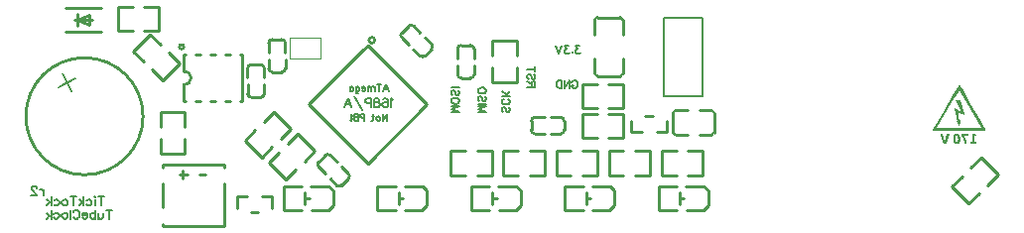
<source format=gbo>
G04 Layer: BottomSilkLayer*
G04 EasyEDA v6.4.24, 2021-09-25T18:25:05+02:00*
G04 d15503250396465d85bfe37af418053a,f5a38c858c354eb5b90fd3f81420cce3,10*
G04 Gerber Generator version 0.2*
G04 Scale: 100 percent, Rotated: No, Reflected: No *
G04 Dimensions in millimeters *
G04 leading zeros omitted , absolute positions ,4 integer and 5 decimal *
%FSLAX45Y45*%
%MOMM*%

%ADD10C,0.2540*%
%ADD48C,0.1600*%
%ADD49C,0.2007*%
%ADD50C,0.1016*%
%ADD51C,0.2030*%

%LPD*%
G36*
X8463483Y-735076D02*
G01*
X8460282Y-736142D01*
X8457387Y-738378D01*
X8454288Y-743102D01*
X8437321Y-771448D01*
X8409381Y-819200D01*
X8327644Y-960831D01*
X8263280Y-1073810D01*
X8247116Y-1102766D01*
X8273542Y-1102766D01*
X8401202Y-882802D01*
X8454898Y-791159D01*
X8464854Y-774750D01*
X8474811Y-790854D01*
X8528659Y-882294D01*
X8656675Y-1102766D01*
X8545322Y-1103223D01*
X8379663Y-1103223D01*
X8247116Y-1102766D01*
X8240064Y-1116330D01*
X8240928Y-1120241D01*
X8243417Y-1123797D01*
X8247024Y-1126490D01*
X8252002Y-1128115D01*
X8270341Y-1128420D01*
X8324392Y-1128623D01*
X8682278Y-1128115D01*
X8686393Y-1124254D01*
X8687968Y-1122476D01*
X8689289Y-1120394D01*
X8690152Y-1118362D01*
X8690457Y-1116533D01*
X8688324Y-1111961D01*
X8672677Y-1083462D01*
X8645448Y-1035303D01*
X8563152Y-892352D01*
X8526881Y-829970D01*
X8496655Y-778560D01*
X8476640Y-745286D01*
X8471814Y-737717D01*
X8470900Y-736600D01*
X8467039Y-735228D01*
G37*
G36*
X8454542Y-861415D02*
G01*
X8441994Y-861771D01*
X8438184Y-862126D01*
X8436762Y-862584D01*
X8443010Y-877366D01*
X8475218Y-950874D01*
X8478570Y-959307D01*
X8470087Y-955192D01*
X8439353Y-938530D01*
X8424011Y-930757D01*
X8421522Y-929843D01*
X8422436Y-934821D01*
X8430514Y-966419D01*
X8452561Y-1048867D01*
X8452002Y-1048969D01*
X8450427Y-1048461D01*
X8445246Y-1045768D01*
X8437880Y-1041450D01*
X8469172Y-1086916D01*
X8475065Y-1050645D01*
X8477097Y-1036523D01*
X8477250Y-1034287D01*
X8475624Y-1035862D01*
X8472373Y-1040282D01*
X8468918Y-1044448D01*
X8467598Y-1045413D01*
X8466836Y-1045464D01*
X8465667Y-1039520D01*
X8460892Y-1007110D01*
X8456422Y-973175D01*
X8455710Y-965352D01*
X8456777Y-964437D01*
X8460790Y-965606D01*
X8468817Y-969365D01*
X8492286Y-981405D01*
X8506663Y-988364D01*
X8509000Y-989228D01*
X8506764Y-980186D01*
X8491016Y-925017D01*
X8472373Y-861466D01*
G37*
G36*
X8315045Y-1147876D02*
G01*
X8307984Y-1148130D01*
X8305850Y-1148435D01*
X8305088Y-1148740D01*
X8317026Y-1189532D01*
X8329828Y-1232154D01*
X8330742Y-1233576D01*
X8332774Y-1234389D01*
X8336584Y-1234795D01*
X8355025Y-1234897D01*
X8380730Y-1149756D01*
X8380577Y-1148791D01*
X8379053Y-1148232D01*
X8375853Y-1148080D01*
X8359800Y-1148689D01*
X8342884Y-1214323D01*
X8341918Y-1212545D01*
X8339785Y-1205890D01*
X8333536Y-1182268D01*
X8324951Y-1147876D01*
G37*
G36*
X8440775Y-1148232D02*
G01*
X8433104Y-1149807D01*
X8426704Y-1153058D01*
X8423300Y-1156004D01*
X8420455Y-1159205D01*
X8418220Y-1162761D01*
X8416442Y-1166876D01*
X8415172Y-1171651D01*
X8414359Y-1177239D01*
X8413851Y-1183792D01*
X8413699Y-1191412D01*
X8413871Y-1197762D01*
X8432190Y-1197762D01*
X8432241Y-1189583D01*
X8432596Y-1179576D01*
X8433206Y-1173276D01*
X8434171Y-1169466D01*
X8435746Y-1167028D01*
X8439404Y-1164386D01*
X8443468Y-1163726D01*
X8447379Y-1164894D01*
X8450529Y-1167993D01*
X8451951Y-1171498D01*
X8453018Y-1176832D01*
X8453729Y-1183436D01*
X8454085Y-1190701D01*
X8454034Y-1197965D01*
X8453577Y-1204722D01*
X8452713Y-1210411D01*
X8451443Y-1214323D01*
X8449767Y-1217218D01*
X8448141Y-1218895D01*
X8446008Y-1219708D01*
X8443061Y-1219860D01*
X8439962Y-1219555D01*
X8437422Y-1218488D01*
X8435492Y-1216609D01*
X8434019Y-1213662D01*
X8433003Y-1209649D01*
X8432444Y-1204366D01*
X8432190Y-1197762D01*
X8413871Y-1197762D01*
X8414461Y-1205636D01*
X8415375Y-1211630D01*
X8416696Y-1216914D01*
X8418423Y-1221486D01*
X8420608Y-1225346D01*
X8423198Y-1228598D01*
X8426246Y-1231239D01*
X8429752Y-1233220D01*
X8433714Y-1234592D01*
X8438184Y-1235456D01*
X8443163Y-1235710D01*
X8449919Y-1235151D01*
X8455710Y-1233424D01*
X8460689Y-1230528D01*
X8464753Y-1226413D01*
X8467953Y-1221028D01*
X8470392Y-1214374D01*
X8472017Y-1206398D01*
X8472881Y-1197102D01*
X8472982Y-1188313D01*
X8472474Y-1180338D01*
X8471255Y-1173276D01*
X8469426Y-1166977D01*
X8466937Y-1161592D01*
X8463788Y-1157020D01*
X8459978Y-1153363D01*
X8455558Y-1150518D01*
X8448649Y-1148384D01*
G37*
G36*
X8484311Y-1149451D02*
G01*
X8484311Y-1154988D01*
X8484666Y-1158036D01*
X8485784Y-1161440D01*
X8487664Y-1165250D01*
X8494420Y-1175816D01*
X8497722Y-1181608D01*
X8500465Y-1187297D01*
X8502650Y-1193088D01*
X8504377Y-1199134D01*
X8505698Y-1205687D01*
X8506714Y-1213002D01*
X8508542Y-1234897D01*
X8529066Y-1234897D01*
X8527948Y-1224483D01*
X8526932Y-1217218D01*
X8525459Y-1209903D01*
X8523579Y-1202639D01*
X8521344Y-1195527D01*
X8518753Y-1188720D01*
X8515858Y-1182319D01*
X8512708Y-1176477D01*
X8509406Y-1171244D01*
X8506358Y-1166977D01*
X8543747Y-1166063D01*
X8544712Y-1149451D01*
G37*
G36*
X8573109Y-1149451D02*
G01*
X8573109Y-1219098D01*
X8557260Y-1219098D01*
X8557260Y-1234897D01*
X8612733Y-1234897D01*
X8612733Y-1219098D01*
X8593734Y-1219098D01*
X8593734Y-1170178D01*
X8605570Y-1169365D01*
X8607856Y-1168552D01*
X8608872Y-1166774D01*
X8609736Y-1157782D01*
X8594191Y-1152245D01*
X8584438Y-1150010D01*
X8580628Y-1149654D01*
G37*
D48*
X5226047Y-399257D02*
G01*
X5191046Y-399257D01*
X5210136Y-424710D01*
X5200591Y-424713D01*
X5194228Y-427893D01*
X5191046Y-431076D01*
X5187863Y-440623D01*
X5187863Y-446984D01*
X5191046Y-456531D01*
X5197411Y-462894D01*
X5206956Y-466077D01*
X5216499Y-466077D01*
X5226047Y-462894D01*
X5229230Y-459712D01*
X5232410Y-453349D01*
X5163682Y-450166D02*
G01*
X5166865Y-453349D01*
X5163682Y-456531D01*
X5160500Y-453349D01*
X5163682Y-450166D01*
X5133136Y-399257D02*
G01*
X5098138Y-399260D01*
X5117228Y-424713D01*
X5107680Y-424713D01*
X5101318Y-427893D01*
X5098138Y-431076D01*
X5094955Y-440623D01*
X5094955Y-446986D01*
X5098138Y-456531D01*
X5104500Y-462894D01*
X5114046Y-466077D01*
X5123591Y-466077D01*
X5133136Y-462894D01*
X5136319Y-459712D01*
X5139499Y-453349D01*
X5073954Y-399260D02*
G01*
X5048501Y-466077D01*
X5023045Y-399257D02*
G01*
X5048501Y-466077D01*
X5159283Y-707268D02*
G01*
X5162463Y-700902D01*
X5168828Y-694540D01*
X5175194Y-691357D01*
X5187919Y-691357D01*
X5194282Y-694540D01*
X5200644Y-700902D01*
X5203830Y-707268D01*
X5207010Y-716813D01*
X5207010Y-732723D01*
X5203827Y-742266D01*
X5200647Y-748629D01*
X5194282Y-754994D01*
X5187916Y-758177D01*
X5175191Y-758177D01*
X5168828Y-754994D01*
X5162463Y-748631D01*
X5159281Y-742266D01*
X5159281Y-732723D01*
X5175191Y-732723D02*
G01*
X5159281Y-732723D01*
X5138282Y-691360D02*
G01*
X5138282Y-758177D01*
X5138282Y-691360D02*
G01*
X5093736Y-758177D01*
X5093738Y-691357D02*
G01*
X5093736Y-758177D01*
X5072738Y-691360D02*
G01*
X5072738Y-758177D01*
X5072738Y-691360D02*
G01*
X5050464Y-691357D01*
X5040919Y-694540D01*
X5034556Y-700902D01*
X5031371Y-707268D01*
X5028191Y-716813D01*
X5028191Y-732723D01*
X5031374Y-742266D01*
X5034554Y-748629D01*
X5040919Y-754994D01*
X5050464Y-758177D01*
X5072738Y-758177D01*
X4620392Y-920653D02*
G01*
X4626754Y-927018D01*
X4629934Y-936564D01*
X4629934Y-949289D01*
X4626754Y-958837D01*
X4620392Y-965200D01*
X4614026Y-965200D01*
X4607664Y-962017D01*
X4604484Y-958837D01*
X4601298Y-952472D01*
X4594936Y-933381D01*
X4591753Y-927018D01*
X4588570Y-923836D01*
X4582210Y-920653D01*
X4572662Y-920653D01*
X4566300Y-927018D01*
X4563117Y-936564D01*
X4563117Y-949289D01*
X4566300Y-958837D01*
X4572662Y-965200D01*
X4614026Y-851928D02*
G01*
X4620392Y-855108D01*
X4626754Y-861471D01*
X4629934Y-867836D01*
X4629937Y-880564D01*
X4626754Y-886927D01*
X4620392Y-893290D01*
X4614026Y-896475D01*
X4604481Y-899655D01*
X4588570Y-899655D01*
X4579028Y-896472D01*
X4572665Y-893292D01*
X4566300Y-886927D01*
X4563117Y-880562D01*
X4563117Y-867836D01*
X4566300Y-861471D01*
X4572662Y-855108D01*
X4579028Y-851926D01*
X4629934Y-830927D02*
G01*
X4563117Y-830927D01*
X4629934Y-786381D02*
G01*
X4585388Y-830927D01*
X4601298Y-815017D02*
G01*
X4563117Y-786381D01*
X4426734Y-965200D02*
G01*
X4359917Y-965200D01*
X4426734Y-965200D02*
G01*
X4359917Y-939746D01*
X4426737Y-914290D02*
G01*
X4359917Y-939746D01*
X4426737Y-914290D02*
G01*
X4359917Y-914290D01*
X4426737Y-893292D02*
G01*
X4359917Y-893290D01*
X4417192Y-827745D02*
G01*
X4423554Y-834108D01*
X4426734Y-843653D01*
X4426737Y-856383D01*
X4423554Y-865926D01*
X4417192Y-872289D01*
X4410826Y-872291D01*
X4404461Y-869109D01*
X4401281Y-865929D01*
X4398098Y-859563D01*
X4391736Y-840473D01*
X4388553Y-834110D01*
X4385370Y-830927D01*
X4379008Y-827745D01*
X4369465Y-827745D01*
X4363100Y-834110D01*
X4359917Y-843653D01*
X4359917Y-856381D01*
X4363100Y-865926D01*
X4369462Y-872289D01*
X4426737Y-787654D02*
G01*
X4423557Y-794019D01*
X4417192Y-800384D01*
X4410826Y-803564D01*
X4401281Y-806744D01*
X4385370Y-806744D01*
X4375828Y-803562D01*
X4369465Y-800381D01*
X4363100Y-794019D01*
X4359917Y-787654D01*
X4359917Y-774926D01*
X4363100Y-768563D01*
X4369462Y-762200D01*
X4375825Y-759018D01*
X4385373Y-755835D01*
X4401284Y-755835D01*
X4410826Y-759018D01*
X4417192Y-762200D01*
X4423554Y-768563D01*
X4426737Y-774928D01*
X4426737Y-787654D01*
X4198134Y-965200D02*
G01*
X4131317Y-965200D01*
X4198134Y-965200D02*
G01*
X4131317Y-939746D01*
X4198137Y-914290D02*
G01*
X4131317Y-939746D01*
X4198137Y-914290D02*
G01*
X4131317Y-914290D01*
X4198137Y-874199D02*
G01*
X4194954Y-880564D01*
X4188592Y-886927D01*
X4182226Y-890109D01*
X4172681Y-893290D01*
X4156773Y-893292D01*
X4147225Y-890109D01*
X4140865Y-886927D01*
X4134500Y-880562D01*
X4131317Y-874201D01*
X4131317Y-861471D01*
X4134500Y-855108D01*
X4140865Y-848746D01*
X4147225Y-845563D01*
X4156770Y-842383D01*
X4172681Y-842383D01*
X4182226Y-845563D01*
X4188592Y-848743D01*
X4194957Y-855108D01*
X4198137Y-861471D01*
X4198137Y-874199D01*
X4188592Y-776836D02*
G01*
X4194954Y-783201D01*
X4198137Y-792744D01*
X4198137Y-805472D01*
X4194954Y-815019D01*
X4188592Y-821382D01*
X4182226Y-821380D01*
X4175864Y-818200D01*
X4172681Y-815017D01*
X4169501Y-808654D01*
X4163136Y-789564D01*
X4159953Y-783198D01*
X4156773Y-780018D01*
X4150408Y-776836D01*
X4140865Y-776836D01*
X4134500Y-783201D01*
X4131317Y-792746D01*
X4131317Y-805474D01*
X4134500Y-815017D01*
X4140865Y-821380D01*
X4198137Y-755835D02*
G01*
X4131317Y-755837D01*
X4845834Y-749300D02*
G01*
X4779017Y-749300D01*
X4845834Y-749300D02*
G01*
X4845834Y-720664D01*
X4842654Y-711118D01*
X4839474Y-707936D01*
X4833109Y-704753D01*
X4826746Y-704753D01*
X4820381Y-707936D01*
X4817201Y-711118D01*
X4814018Y-720664D01*
X4814018Y-749300D01*
X4814018Y-727026D02*
G01*
X4779017Y-704753D01*
X4836292Y-639208D02*
G01*
X4842654Y-645571D01*
X4845834Y-655119D01*
X4845834Y-667844D01*
X4842654Y-677392D01*
X4836292Y-683755D01*
X4829926Y-683752D01*
X4823564Y-680572D01*
X4820381Y-677390D01*
X4817201Y-671027D01*
X4810836Y-651936D01*
X4807653Y-645571D01*
X4804470Y-642391D01*
X4798110Y-639208D01*
X4788562Y-639208D01*
X4782200Y-645571D01*
X4779017Y-655119D01*
X4779017Y-667844D01*
X4782200Y-677392D01*
X4788562Y-683755D01*
X4845837Y-595937D02*
G01*
X4779017Y-595934D01*
X4845837Y-618208D02*
G01*
X4845834Y-573664D01*
X3632200Y-860917D02*
G01*
X3624927Y-857283D01*
X3614018Y-846373D01*
X3614018Y-922736D01*
X3546381Y-857283D02*
G01*
X3550018Y-850008D01*
X3560927Y-846373D01*
X3568199Y-846373D01*
X3579108Y-850008D01*
X3586380Y-860917D01*
X3590018Y-879099D01*
X3590018Y-897282D01*
X3586380Y-911826D01*
X3579108Y-919098D01*
X3568199Y-922736D01*
X3564564Y-922736D01*
X3553655Y-919098D01*
X3546381Y-911826D01*
X3542746Y-900917D01*
X3542746Y-897282D01*
X3546381Y-886373D01*
X3553655Y-879099D01*
X3564564Y-875464D01*
X3568199Y-875464D01*
X3579108Y-879099D01*
X3586380Y-886373D01*
X3590018Y-897282D01*
X3500564Y-846373D02*
G01*
X3511473Y-850008D01*
X3515108Y-857283D01*
X3515108Y-864555D01*
X3511473Y-871827D01*
X3504199Y-875464D01*
X3489655Y-879099D01*
X3478745Y-882736D01*
X3471473Y-890008D01*
X3467836Y-897282D01*
X3467836Y-908189D01*
X3471473Y-915464D01*
X3475108Y-919098D01*
X3486017Y-922736D01*
X3500564Y-922736D01*
X3511473Y-919098D01*
X3515108Y-915464D01*
X3518745Y-908189D01*
X3518745Y-897282D01*
X3515108Y-890008D01*
X3507836Y-882736D01*
X3496927Y-879099D01*
X3482383Y-875464D01*
X3475108Y-871827D01*
X3471473Y-864555D01*
X3471473Y-857283D01*
X3475108Y-850008D01*
X3486017Y-846373D01*
X3500564Y-846373D01*
X3443836Y-846373D02*
G01*
X3443836Y-922736D01*
X3443836Y-846373D02*
G01*
X3411110Y-846373D01*
X3400201Y-850008D01*
X3396564Y-853645D01*
X3392926Y-860917D01*
X3392926Y-871827D01*
X3396564Y-879099D01*
X3400201Y-882736D01*
X3411110Y-886373D01*
X3443836Y-886373D01*
X3303473Y-831827D02*
G01*
X3368929Y-948189D01*
X3250382Y-846373D02*
G01*
X3279472Y-922736D01*
X3250382Y-846373D02*
G01*
X3221291Y-922736D01*
X3268563Y-897282D02*
G01*
X3232200Y-897282D01*
X3581400Y-980854D02*
G01*
X3581400Y-1038128D01*
X3581400Y-980854D02*
G01*
X3543218Y-1038128D01*
X3543218Y-980854D02*
G01*
X3543218Y-1038128D01*
X3511583Y-999944D02*
G01*
X3517036Y-1002672D01*
X3522489Y-1008128D01*
X3525217Y-1016309D01*
X3525217Y-1021763D01*
X3522489Y-1029944D01*
X3517036Y-1035400D01*
X3511583Y-1038128D01*
X3503399Y-1038128D01*
X3497945Y-1035400D01*
X3492489Y-1029944D01*
X3489764Y-1021763D01*
X3489764Y-1016309D01*
X3492489Y-1008128D01*
X3497945Y-1002672D01*
X3503399Y-999944D01*
X3511583Y-999944D01*
X3463582Y-980854D02*
G01*
X3463582Y-1027219D01*
X3460854Y-1035400D01*
X3455400Y-1038128D01*
X3449944Y-1038128D01*
X3471763Y-999944D02*
G01*
X3452672Y-999944D01*
X3389944Y-980854D02*
G01*
X3389944Y-1038128D01*
X3389944Y-980854D02*
G01*
X3365400Y-980854D01*
X3357217Y-983581D01*
X3354491Y-986309D01*
X3351763Y-991763D01*
X3351763Y-999944D01*
X3354491Y-1005400D01*
X3357217Y-1008128D01*
X3365400Y-1010853D01*
X3389944Y-1010853D01*
X3333762Y-980854D02*
G01*
X3333762Y-1038128D01*
X3333762Y-980854D02*
G01*
X3309218Y-980854D01*
X3301037Y-983581D01*
X3298309Y-986309D01*
X3295581Y-991763D01*
X3295581Y-997219D01*
X3298309Y-1002672D01*
X3301037Y-1005400D01*
X3309218Y-1008128D01*
X3333762Y-1008128D02*
G01*
X3309218Y-1008128D01*
X3301037Y-1010853D01*
X3298309Y-1013581D01*
X3295581Y-1019035D01*
X3295581Y-1027219D01*
X3298309Y-1032672D01*
X3301037Y-1035400D01*
X3309218Y-1038128D01*
X3333762Y-1038128D01*
X3274855Y-980854D02*
G01*
X3274855Y-1019035D01*
X3274855Y-1032672D02*
G01*
X3277582Y-1035400D01*
X3274855Y-1038128D01*
X3272127Y-1035400D01*
X3274855Y-1032672D01*
X3572281Y-726854D02*
G01*
X3594100Y-784128D01*
X3572281Y-726854D02*
G01*
X3550462Y-784128D01*
X3585918Y-765035D02*
G01*
X3558646Y-765035D01*
X3513373Y-726854D02*
G01*
X3513373Y-784128D01*
X3532464Y-726854D02*
G01*
X3494283Y-726854D01*
X3476282Y-745944D02*
G01*
X3476282Y-784128D01*
X3476282Y-756853D02*
G01*
X3468100Y-748672D01*
X3462644Y-745944D01*
X3454463Y-745944D01*
X3449010Y-748672D01*
X3446282Y-756853D01*
X3446282Y-784128D01*
X3446282Y-756853D02*
G01*
X3438100Y-748672D01*
X3432644Y-745944D01*
X3424463Y-745944D01*
X3419010Y-748672D01*
X3416282Y-756853D01*
X3416282Y-784128D01*
X3398281Y-762309D02*
G01*
X3365553Y-762309D01*
X3365553Y-756853D01*
X3368281Y-751400D01*
X3371009Y-748672D01*
X3376462Y-745944D01*
X3384646Y-745944D01*
X3390099Y-748672D01*
X3395553Y-754128D01*
X3398281Y-762309D01*
X3398281Y-767763D01*
X3395553Y-775944D01*
X3390099Y-781400D01*
X3384646Y-784128D01*
X3376462Y-784128D01*
X3371009Y-781400D01*
X3365553Y-775944D01*
X3314827Y-745944D02*
G01*
X3314827Y-789581D01*
X3317554Y-797763D01*
X3320282Y-800491D01*
X3325736Y-803219D01*
X3333917Y-803219D01*
X3339373Y-800491D01*
X3314827Y-754128D02*
G01*
X3320282Y-748672D01*
X3325736Y-745944D01*
X3333917Y-745944D01*
X3339373Y-748672D01*
X3344826Y-754128D01*
X3347554Y-762309D01*
X3347554Y-767763D01*
X3344826Y-775944D01*
X3339373Y-781400D01*
X3333917Y-784128D01*
X3325736Y-784128D01*
X3320282Y-781400D01*
X3314827Y-775944D01*
X3264100Y-745944D02*
G01*
X3264100Y-784128D01*
X3264100Y-754128D02*
G01*
X3269554Y-748672D01*
X3275009Y-745944D01*
X3283191Y-745944D01*
X3288644Y-748672D01*
X3294100Y-754128D01*
X3296826Y-762309D01*
X3296826Y-767763D01*
X3294100Y-775944D01*
X3288644Y-781400D01*
X3283191Y-784128D01*
X3275009Y-784128D01*
X3269554Y-781400D01*
X3264100Y-775944D01*
X1142946Y-1684573D02*
G01*
X1142946Y-1760936D01*
X1168400Y-1684573D02*
G01*
X1117490Y-1684573D01*
X1093490Y-1684573D02*
G01*
X1089855Y-1688208D01*
X1086218Y-1684573D01*
X1089855Y-1680936D01*
X1093490Y-1684573D01*
X1089855Y-1710027D02*
G01*
X1089855Y-1760936D01*
X1018580Y-1720936D02*
G01*
X1025855Y-1713664D01*
X1033127Y-1710027D01*
X1044036Y-1710027D01*
X1051308Y-1713664D01*
X1058580Y-1720936D01*
X1062217Y-1731845D01*
X1062217Y-1739117D01*
X1058580Y-1750026D01*
X1051308Y-1757298D01*
X1044036Y-1760936D01*
X1033127Y-1760936D01*
X1025855Y-1757298D01*
X1018580Y-1750026D01*
X994582Y-1684573D02*
G01*
X994582Y-1760936D01*
X958217Y-1710027D02*
G01*
X994582Y-1746389D01*
X980036Y-1731845D02*
G01*
X954582Y-1760936D01*
X905126Y-1684573D02*
G01*
X905126Y-1760936D01*
X930582Y-1684573D02*
G01*
X879673Y-1684573D01*
X837491Y-1710027D02*
G01*
X844763Y-1713664D01*
X852035Y-1720936D01*
X855672Y-1731845D01*
X855672Y-1739117D01*
X852035Y-1750026D01*
X844763Y-1757298D01*
X837491Y-1760936D01*
X826582Y-1760936D01*
X819310Y-1757298D01*
X812035Y-1750026D01*
X808400Y-1739117D01*
X808400Y-1731845D01*
X812035Y-1720936D01*
X819310Y-1713664D01*
X826582Y-1710027D01*
X837491Y-1710027D01*
X740763Y-1720936D02*
G01*
X748037Y-1713664D01*
X755309Y-1710027D01*
X766218Y-1710027D01*
X773490Y-1713664D01*
X780762Y-1720936D01*
X784400Y-1731845D01*
X784400Y-1739117D01*
X780762Y-1750026D01*
X773490Y-1757298D01*
X766218Y-1760936D01*
X755309Y-1760936D01*
X748037Y-1757298D01*
X740763Y-1750026D01*
X716762Y-1684573D02*
G01*
X716762Y-1760936D01*
X680399Y-1710027D02*
G01*
X716762Y-1746389D01*
X702218Y-1731845D02*
G01*
X676762Y-1760936D01*
X1206446Y-1798873D02*
G01*
X1206446Y-1875236D01*
X1231900Y-1798873D02*
G01*
X1180990Y-1798873D01*
X1156990Y-1824327D02*
G01*
X1156990Y-1860689D01*
X1153355Y-1871598D01*
X1146081Y-1875236D01*
X1135171Y-1875236D01*
X1127899Y-1871598D01*
X1116990Y-1860689D01*
X1116990Y-1824327D02*
G01*
X1116990Y-1875236D01*
X1092989Y-1798873D02*
G01*
X1092989Y-1875236D01*
X1092989Y-1835236D02*
G01*
X1085717Y-1827964D01*
X1078445Y-1824327D01*
X1067536Y-1824327D01*
X1060264Y-1827964D01*
X1052990Y-1835236D01*
X1049355Y-1846145D01*
X1049355Y-1853417D01*
X1052990Y-1864326D01*
X1060264Y-1871598D01*
X1067536Y-1875236D01*
X1078445Y-1875236D01*
X1085717Y-1871598D01*
X1092989Y-1864326D01*
X1025354Y-1846145D02*
G01*
X981717Y-1846145D01*
X981717Y-1838873D01*
X985354Y-1831599D01*
X988989Y-1827964D01*
X996264Y-1824327D01*
X1007173Y-1824327D01*
X1014445Y-1827964D01*
X1021717Y-1835236D01*
X1025354Y-1846145D01*
X1025354Y-1853417D01*
X1021717Y-1864326D01*
X1014445Y-1871598D01*
X1007173Y-1875236D01*
X996264Y-1875236D01*
X988989Y-1871598D01*
X981717Y-1864326D01*
X903173Y-1817055D02*
G01*
X906807Y-1809783D01*
X914082Y-1802508D01*
X921354Y-1798873D01*
X935901Y-1798873D01*
X943173Y-1802508D01*
X950445Y-1809783D01*
X954082Y-1817055D01*
X957717Y-1827964D01*
X957717Y-1846145D01*
X954082Y-1857054D01*
X950445Y-1864326D01*
X943173Y-1871598D01*
X935901Y-1875236D01*
X921354Y-1875236D01*
X914082Y-1871598D01*
X906807Y-1864326D01*
X903173Y-1857054D01*
X879172Y-1798873D02*
G01*
X879172Y-1875236D01*
X836990Y-1824327D02*
G01*
X844262Y-1827964D01*
X851537Y-1835236D01*
X855172Y-1846145D01*
X855172Y-1853417D01*
X851537Y-1864326D01*
X844262Y-1871598D01*
X836990Y-1875236D01*
X826081Y-1875236D01*
X818809Y-1871598D01*
X811537Y-1864326D01*
X807900Y-1853417D01*
X807900Y-1846145D01*
X811537Y-1835236D01*
X818809Y-1827964D01*
X826081Y-1824327D01*
X836990Y-1824327D01*
X740262Y-1835236D02*
G01*
X747537Y-1827964D01*
X754809Y-1824327D01*
X765718Y-1824327D01*
X772990Y-1827964D01*
X780262Y-1835236D01*
X783899Y-1846145D01*
X783899Y-1853417D01*
X780262Y-1864326D01*
X772990Y-1871598D01*
X765718Y-1875236D01*
X754809Y-1875236D01*
X747537Y-1871598D01*
X740262Y-1864326D01*
X716264Y-1798873D02*
G01*
X716264Y-1875236D01*
X679899Y-1824327D02*
G01*
X716264Y-1860689D01*
X701718Y-1846145D02*
G01*
X676264Y-1875236D01*
X647700Y-1621127D02*
G01*
X647700Y-1672036D01*
X647700Y-1642945D02*
G01*
X644062Y-1632036D01*
X636790Y-1624764D01*
X629518Y-1621127D01*
X618609Y-1621127D01*
X590971Y-1613855D02*
G01*
X590971Y-1610217D01*
X587336Y-1602945D01*
X583699Y-1599308D01*
X576427Y-1595673D01*
X561881Y-1595673D01*
X554609Y-1599308D01*
X550971Y-1602945D01*
X547336Y-1610217D01*
X547336Y-1617489D01*
X550971Y-1624764D01*
X558246Y-1635673D01*
X594608Y-1672036D01*
X543699Y-1672036D01*
D51*
X925842Y-675289D02*
G01*
X776538Y-748106D01*
X887600Y-786348D02*
G01*
X814669Y-636818D01*
D10*
X3380379Y-433026D02*
G01*
X2913405Y-900000D01*
X3416300Y-1402895D01*
X3919194Y-900000D01*
X3416300Y-397106D01*
X3380379Y-433026D01*
X2482496Y-1822599D02*
G01*
X2419703Y-1822599D01*
X2601099Y-1682600D02*
G01*
X2514699Y-1682600D01*
X2387500Y-1682600D02*
G01*
X2301100Y-1682600D01*
X2601099Y-1682600D02*
G01*
X2601099Y-1782602D01*
X2301100Y-1682600D02*
G01*
X2301100Y-1782602D01*
X8634666Y-1656877D02*
G01*
X8546277Y-1745267D01*
X8490422Y-1512633D02*
G01*
X8402032Y-1601022D01*
X8705377Y-1586166D02*
G01*
X8793767Y-1497777D01*
X8561133Y-1441922D02*
G01*
X8649522Y-1353532D01*
X8546277Y-1745269D02*
G01*
X8402032Y-1601022D01*
X8793767Y-1497777D02*
G01*
X8649522Y-1353532D01*
X5785203Y-996800D02*
G01*
X5847996Y-996800D01*
X5666600Y-1136799D02*
G01*
X5753000Y-1136799D01*
X5880199Y-1136799D02*
G01*
X5966599Y-1136799D01*
X5666600Y-1136799D02*
G01*
X5666600Y-1036797D01*
X5966599Y-1136799D02*
G01*
X5966599Y-1036797D01*
X6022596Y-974097D02*
G01*
X6022596Y-1134099D01*
X6372603Y-974097D02*
G01*
X6372600Y-1134102D01*
X6147600Y-1158100D02*
G01*
X6042601Y-1158100D01*
X6147600Y-950099D02*
G01*
X6042601Y-950099D01*
X6247599Y-1158100D02*
G01*
X6352598Y-1158100D01*
X6247599Y-950099D02*
G01*
X6352598Y-950099D01*
X6372603Y-972106D02*
G01*
X6372603Y-974097D01*
X6372603Y-970104D02*
G01*
X6372603Y-974097D01*
X6372600Y-1138097D02*
G01*
X6372600Y-1134102D01*
X6022596Y-970104D02*
G01*
X6022596Y-974097D01*
X6022596Y-1138095D02*
G01*
X6022596Y-1134099D01*
X6055677Y-1801726D02*
G01*
X5900737Y-1801726D01*
X5900737Y-1598526D01*
X6055677Y-1598526D01*
X6134417Y-1804266D02*
G01*
X6281737Y-1804266D01*
X6322377Y-1763626D01*
X6322377Y-1636626D01*
X6284277Y-1598526D01*
X6131877Y-1598526D01*
X6080000Y-1649999D02*
G01*
X6080000Y-1750024D01*
X6089992Y-1699999D02*
G01*
X6116891Y-1699999D01*
X5255676Y-1801726D02*
G01*
X5100736Y-1801726D01*
X5100736Y-1598526D01*
X5255676Y-1598526D01*
X5334416Y-1804266D02*
G01*
X5481736Y-1804266D01*
X5522376Y-1763626D01*
X5522376Y-1636626D01*
X5484276Y-1598526D01*
X5331876Y-1598526D01*
X5279999Y-1649999D02*
G01*
X5279999Y-1750024D01*
X5289991Y-1699999D02*
G01*
X5316890Y-1699999D01*
X4455678Y-1801726D02*
G01*
X4300738Y-1801726D01*
X4300738Y-1598526D01*
X4455678Y-1598526D01*
X4534418Y-1804266D02*
G01*
X4681738Y-1804266D01*
X4722378Y-1763626D01*
X4722378Y-1636626D01*
X4684278Y-1598526D01*
X4531878Y-1598526D01*
X4480001Y-1649999D02*
G01*
X4480001Y-1750024D01*
X4489993Y-1699999D02*
G01*
X4516892Y-1699999D01*
X3655677Y-1801726D02*
G01*
X3500737Y-1801726D01*
X3500737Y-1598526D01*
X3655677Y-1598526D01*
X3734417Y-1804266D02*
G01*
X3881737Y-1804266D01*
X3922377Y-1763626D01*
X3922377Y-1636626D01*
X3884277Y-1598526D01*
X3731877Y-1598526D01*
X3680000Y-1649999D02*
G01*
X3680000Y-1750024D01*
X3689992Y-1699999D02*
G01*
X3716891Y-1699999D01*
X2855676Y-1801726D02*
G01*
X2700736Y-1801726D01*
X2700736Y-1598526D01*
X2855676Y-1598526D01*
X2934416Y-1804266D02*
G01*
X3081736Y-1804266D01*
X3122376Y-1763626D01*
X3122376Y-1636626D01*
X3084276Y-1598526D01*
X2931876Y-1598526D01*
X2879999Y-1649999D02*
G01*
X2879999Y-1750024D01*
X2889991Y-1699999D02*
G01*
X2916890Y-1699999D01*
X5372900Y-1181496D02*
G01*
X5247899Y-1181496D01*
X5372900Y-977503D02*
G01*
X5247899Y-977503D01*
X5472899Y-1181496D02*
G01*
X5597900Y-1181496D01*
X5472899Y-977503D02*
G01*
X5597900Y-977503D01*
X5247896Y-1181496D02*
G01*
X5247899Y-977503D01*
X5597900Y-1181496D02*
G01*
X5597900Y-977503D01*
X6050000Y-1501995D02*
G01*
X5924999Y-1501995D01*
X6050000Y-1298003D02*
G01*
X5924999Y-1298003D01*
X6150000Y-1501995D02*
G01*
X6275001Y-1501995D01*
X6150000Y-1298003D02*
G01*
X6275001Y-1298003D01*
X5924997Y-1501995D02*
G01*
X5924999Y-1298003D01*
X6275001Y-1501995D02*
G01*
X6275001Y-1298003D01*
X5699998Y-1298003D02*
G01*
X5824999Y-1298003D01*
X5699998Y-1501995D02*
G01*
X5824999Y-1501995D01*
X5599998Y-1298003D02*
G01*
X5474997Y-1298003D01*
X5599998Y-1501995D02*
G01*
X5474997Y-1501995D01*
X5825002Y-1298003D02*
G01*
X5824999Y-1501995D01*
X5474997Y-1298003D02*
G01*
X5474997Y-1501995D01*
X5249999Y-1298003D02*
G01*
X5375000Y-1298003D01*
X5249999Y-1501995D02*
G01*
X5375000Y-1501995D01*
X5149999Y-1298003D02*
G01*
X5024998Y-1298003D01*
X5149999Y-1501995D02*
G01*
X5024998Y-1501995D01*
X5375003Y-1298003D02*
G01*
X5375000Y-1501995D01*
X5024998Y-1298003D02*
G01*
X5024998Y-1501995D01*
X4800000Y-1298003D02*
G01*
X4925001Y-1298003D01*
X4800000Y-1501995D02*
G01*
X4925001Y-1501995D01*
X4700000Y-1298003D02*
G01*
X4574999Y-1298003D01*
X4700000Y-1501995D02*
G01*
X4574999Y-1501995D01*
X4925004Y-1298003D02*
G01*
X4925001Y-1501995D01*
X4574999Y-1298003D02*
G01*
X4574999Y-1501995D01*
X4349998Y-1298003D02*
G01*
X4474999Y-1298003D01*
X4349998Y-1501995D02*
G01*
X4474999Y-1501995D01*
X4249999Y-1298003D02*
G01*
X4124998Y-1298003D01*
X4249999Y-1501995D02*
G01*
X4124998Y-1501995D01*
X4475002Y-1298003D02*
G01*
X4474999Y-1501995D01*
X4124998Y-1298003D02*
G01*
X4124998Y-1501995D01*
X5573699Y-156397D02*
G01*
X5373700Y-156397D01*
X5593699Y-506399D02*
G01*
X5593699Y-626399D01*
X5353700Y-506399D02*
G01*
X5353700Y-626399D01*
X5593699Y-306397D02*
G01*
X5593699Y-186400D01*
X5353700Y-306397D02*
G01*
X5353700Y-186400D01*
X5573699Y-656399D02*
G01*
X5373700Y-656399D01*
X5593699Y-636399D02*
G01*
X5593699Y-626399D01*
X5353700Y-636399D02*
G01*
X5353700Y-626399D01*
X5593699Y-176397D02*
G01*
X5593699Y-186400D01*
X5353700Y-176397D02*
G01*
X5353700Y-186400D01*
X5372900Y-927496D02*
G01*
X5247899Y-927496D01*
X5372900Y-723503D02*
G01*
X5247899Y-723503D01*
X5472899Y-927496D02*
G01*
X5597900Y-927496D01*
X5472899Y-723503D02*
G01*
X5597900Y-723503D01*
X5247896Y-927498D02*
G01*
X5247899Y-723503D01*
X5597900Y-927496D02*
G01*
X5597900Y-723503D01*
X1510499Y-63103D02*
G01*
X1635500Y-63103D01*
X1510499Y-267096D02*
G01*
X1635500Y-267096D01*
X1410500Y-63103D02*
G01*
X1285499Y-63103D01*
X1410500Y-267096D02*
G01*
X1285499Y-267096D01*
X1635503Y-63101D02*
G01*
X1635500Y-267096D01*
X1285499Y-63103D02*
G01*
X1285499Y-267096D01*
X939800Y-177800D02*
G01*
X1041400Y-218439D01*
X1041400Y-218439D02*
G01*
X1041400Y-137160D01*
X1041400Y-137160D02*
G01*
X939800Y-177800D01*
X840600Y-277799D02*
G01*
X1140602Y-277799D01*
X840597Y-77800D02*
G01*
X1140599Y-77800D01*
X939800Y-228600D02*
G01*
X939800Y-127000D01*
X914400Y-177800D02*
G01*
X1066800Y-177800D01*
X1845500Y-473100D02*
G01*
X1859912Y-473100D01*
X1950087Y-473100D02*
G01*
X1986912Y-473100D01*
X1845500Y-873099D02*
G01*
X1859912Y-873099D01*
X1950087Y-873099D02*
G01*
X1986912Y-873099D01*
X2077087Y-873099D02*
G01*
X2113912Y-873099D01*
X2204087Y-873099D02*
G01*
X2240912Y-873099D01*
X1845500Y-615101D02*
G01*
X1845500Y-473100D01*
X2077087Y-473100D02*
G01*
X2113912Y-473100D01*
X2204087Y-473100D02*
G01*
X2240912Y-473100D01*
X2331087Y-473100D02*
G01*
X2345499Y-473100D01*
X1845500Y-873099D02*
G01*
X1845500Y-733099D01*
X2345499Y-873102D02*
G01*
X2345499Y-473100D01*
X2331087Y-873102D02*
G01*
X2345499Y-873102D01*
X1840415Y-1533903D02*
G01*
X1840415Y-1461399D01*
X1810412Y-1498897D02*
G01*
X1880412Y-1498897D01*
X2190508Y-1806450D02*
G01*
X2190508Y-1816354D01*
X2190409Y-1936396D01*
X2070366Y-1936495D01*
X1670415Y-1936396D02*
G01*
X1670415Y-1916404D01*
X2190409Y-1416403D02*
G01*
X2190409Y-1436395D01*
X1670415Y-1416403D02*
G01*
X1670415Y-1436395D01*
X2190409Y-1806394D02*
G01*
X2190409Y-1576400D01*
X1670415Y-1416403D02*
G01*
X2190409Y-1416403D01*
X1670415Y-1936396D02*
G01*
X2070417Y-1936396D01*
X1980412Y-1498897D02*
G01*
X2030412Y-1498897D01*
X1670316Y-1776399D02*
G01*
X1670415Y-1576400D01*
X3864343Y-285831D02*
G01*
X3807772Y-229262D01*
X3707391Y-285831D02*
G01*
X3763959Y-229262D01*
X3763959Y-386214D02*
G01*
X3707389Y-329646D01*
X3905478Y-326141D02*
G01*
X3962044Y-382706D01*
X3805095Y-426524D02*
G01*
X3861661Y-483090D01*
X3905473Y-483090D02*
G01*
X3962044Y-426521D01*
X2533599Y-669632D02*
G01*
X2533599Y-589630D01*
X2422618Y-558650D02*
G01*
X2502618Y-558650D01*
X2391636Y-669632D02*
G01*
X2391633Y-589630D01*
X2534183Y-727222D02*
G01*
X2534183Y-807219D01*
X2392220Y-727222D02*
G01*
X2392220Y-807219D01*
X2423200Y-838197D02*
G01*
X2503203Y-838200D01*
D49*
X5945886Y-159765D02*
G01*
X5945886Y-829818D01*
X6270752Y-829818D01*
X6270752Y-159765D01*
X5945886Y-159765D01*
D50*
X2751696Y-503199D02*
G01*
X2751696Y-328218D01*
X3016694Y-328218D01*
X3016694Y-508203D01*
X2751696Y-508203D01*
X2751696Y-498195D01*
D10*
X4686696Y-583399D02*
G01*
X4686696Y-708400D01*
X4482703Y-583399D02*
G01*
X4482703Y-708400D01*
X4686696Y-483400D02*
G01*
X4686696Y-358399D01*
X4482703Y-483400D02*
G01*
X4482703Y-358399D01*
X4686698Y-708403D02*
G01*
X4482703Y-708400D01*
X4686696Y-358399D02*
G01*
X4482703Y-358399D01*
X2571800Y-511467D02*
G01*
X2571800Y-591469D01*
X2682781Y-622449D02*
G01*
X2602781Y-622449D01*
X2713763Y-511467D02*
G01*
X2713766Y-591469D01*
X2571216Y-453877D02*
G01*
X2571216Y-373880D01*
X2713179Y-453877D02*
G01*
X2713179Y-373880D01*
X2682199Y-342902D02*
G01*
X2602196Y-342900D01*
X3095256Y-1530268D02*
G01*
X3151827Y-1586837D01*
X3252208Y-1530268D02*
G01*
X3195640Y-1586837D01*
X3195640Y-1429885D02*
G01*
X3252210Y-1486453D01*
X3054121Y-1489958D02*
G01*
X2997555Y-1433393D01*
X3154504Y-1389575D02*
G01*
X3097938Y-1333009D01*
X3054126Y-1333009D02*
G01*
X2997555Y-1389578D01*
X4981867Y-1149299D02*
G01*
X5061869Y-1149299D01*
X5092849Y-1038318D02*
G01*
X5092849Y-1118318D01*
X4981867Y-1007336D02*
G01*
X5061869Y-1007333D01*
X4924277Y-1149883D02*
G01*
X4844280Y-1149883D01*
X4924277Y-1007920D02*
G01*
X4844280Y-1007920D01*
X4813302Y-1038900D02*
G01*
X4813300Y-1118903D01*
X1505422Y-532066D02*
G01*
X1417032Y-443677D01*
X1649666Y-387822D02*
G01*
X1561277Y-299432D01*
X1576133Y-602777D02*
G01*
X1664522Y-691167D01*
X1720377Y-458533D02*
G01*
X1808767Y-546922D01*
X1417030Y-443677D02*
G01*
X1561277Y-299432D01*
X1664522Y-691167D02*
G01*
X1808767Y-546922D01*
X2528633Y-1048222D02*
G01*
X2617022Y-959832D01*
X2672877Y-1192466D02*
G01*
X2761267Y-1104077D01*
X2457922Y-1118933D02*
G01*
X2369532Y-1207322D01*
X2602166Y-1263177D02*
G01*
X2513777Y-1351567D01*
X2617022Y-959830D02*
G01*
X2761267Y-1104077D01*
X2369532Y-1207322D02*
G01*
X2513777Y-1351567D01*
X2731833Y-1238722D02*
G01*
X2820222Y-1150332D01*
X2876077Y-1382966D02*
G01*
X2964467Y-1294577D01*
X2661122Y-1309433D02*
G01*
X2572732Y-1397822D01*
X2805366Y-1453677D02*
G01*
X2716977Y-1542067D01*
X2820222Y-1150330D02*
G01*
X2964467Y-1294577D01*
X2572732Y-1397822D02*
G01*
X2716977Y-1542067D01*
X1854596Y-1192999D02*
G01*
X1854596Y-1318000D01*
X1650603Y-1192999D02*
G01*
X1650603Y-1318000D01*
X1854596Y-1093000D02*
G01*
X1854596Y-967999D01*
X1650603Y-1093000D02*
G01*
X1650603Y-967999D01*
X1854598Y-1318003D02*
G01*
X1650603Y-1318000D01*
X1854596Y-967999D02*
G01*
X1650603Y-967999D01*
X4324299Y-504532D02*
G01*
X4324299Y-424530D01*
X4213318Y-393550D02*
G01*
X4293318Y-393550D01*
X4182336Y-504532D02*
G01*
X4182333Y-424530D01*
X4324883Y-562122D02*
G01*
X4324883Y-642119D01*
X4182920Y-562122D02*
G01*
X4182920Y-642119D01*
X4213900Y-673097D02*
G01*
X4293903Y-673100D01*
G75*
G01*
X6352598Y-950100D02*
G02*
X6372603Y-970105I0J-20005D01*
G75*
G01*
X6352598Y-1158100D02*
G03*
X6372601Y-1138098I0J20002D01*
G75*
G01*
X6042602Y-950100D02*
G03*
X6022597Y-970105I0J-20005D01*
G75*
G01*
X6042602Y-1158100D02*
G02*
X6022597Y-1138095I0J20005D01*
G75*
G01*
X5573700Y-656400D02*
G03*
X5593700Y-636400I0J20000D01*
G75*
G01*
X5373700Y-656400D02*
G02*
X5353700Y-636400I0J20000D01*
G75*
G01*
X5573700Y-156398D02*
G02*
X5593700Y-176398I0J-20000D01*
G75*
G01*
X5373700Y-156398D02*
G03*
X5353700Y-176398I0J-20000D01*
G75*
G01*
X1846501Y-733100D02*
G03*
X1846501Y-615099I4468J59001D01*
G75*
G01*
X3707389Y-285829D02*
G03*
X3707389Y-329646I21908J-21909D01*
G75*
G01*
X3807775Y-229260D02*
G03*
X3763957Y-229260I-21909J-21908D01*
G75*
G01*
X3861659Y-483090D02*
G03*
X3905474Y-483090I21907J21909D01*
G75*
G01*
X3962044Y-426522D02*
G03*
X3962044Y-382707I-21909J21908D01*
G75*
G01*
X2422619Y-558648D02*
G03*
X2391634Y-589631I-3J-30983D01*
G75*
G01*
X2533602Y-589631D02*
G03*
X2502619Y-558648I-30983J0D01*
G75*
G01*
X2392218Y-807217D02*
G03*
X2423201Y-838197I30983J2D01*
G75*
G01*
X2503203Y-838200D02*
G03*
X2534183Y-807220I-3J30983D01*
G75*
G01*
X2682781Y-622452D02*
G03*
X2713766Y-591469I3J30983D01*
G75*
G01*
X2571798Y-591469D02*
G03*
X2602781Y-622452I30983J0D01*
G75*
G01*
X2713182Y-373883D02*
G03*
X2682199Y-342903I-30983J-2D01*
G75*
G01*
X2602197Y-342900D02*
G03*
X2571217Y-373880I3J-30983D01*
G75*
G01*
X3252211Y-1530271D02*
G03*
X3252211Y-1486454I-21908J21909D01*
G75*
G01*
X3151825Y-1586840D02*
G03*
X3195643Y-1586840I21909J21908D01*
G75*
G01*
X3097941Y-1333010D02*
G03*
X3054126Y-1333010I-21907J-21909D01*
G75*
G01*
X2997556Y-1389578D02*
G03*
X2997556Y-1433393I21909J-21908D01*
G75*
G01*
X5092852Y-1038319D02*
G03*
X5061869Y-1007334I-30983J3D01*
G75*
G01*
X5061869Y-1149302D02*
G03*
X5092852Y-1118319I0J30983D01*
G75*
G01*
X4844283Y-1007918D02*
G03*
X4813303Y-1038901I2J-30983D01*
G75*
G01*
X4813300Y-1118903D02*
G03*
X4844280Y-1149883I30983J3D01*
G75*
G01*
X4213319Y-393548D02*
G03*
X4182334Y-424531I-3J-30983D01*
G75*
G01*
X4324302Y-424531D02*
G03*
X4293319Y-393548I-30983J0D01*
G75*
G01*
X4182918Y-642117D02*
G03*
X4213901Y-673097I30983J2D01*
G75*
G01*
X4293903Y-673100D02*
G03*
X4324883Y-642120I-3J30983D01*
G75*
G01
X3477616Y-350418D02*
G03X3477616Y-350418I-25400J0D01*
G75*
G01
X1847850Y-406400D02*
G03X1847850Y-406400I-19050J0D01*
G75*
G01
X1499997Y-999998D02*
G03X1499997Y-999998I-499999J0D01*
M02*

</source>
